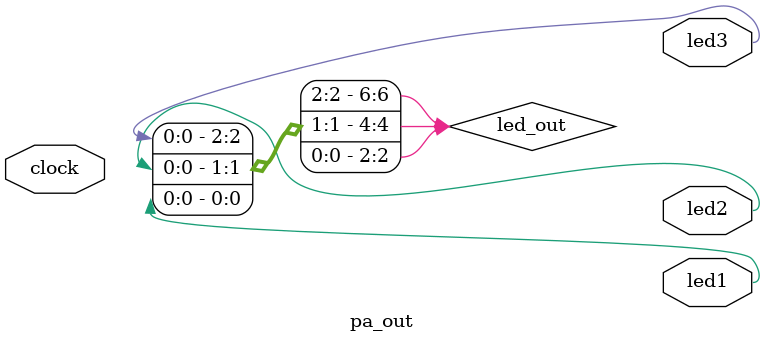
<source format=v>
module pa_out (
    input  clock,
    output led1,
    output led2,
    output led3
);

reg [7:0] led_out;

assign led1 = led_out[2];
assign led2 = led_out[4];
assign led3 = led_out[6];

endmodule
</source>
